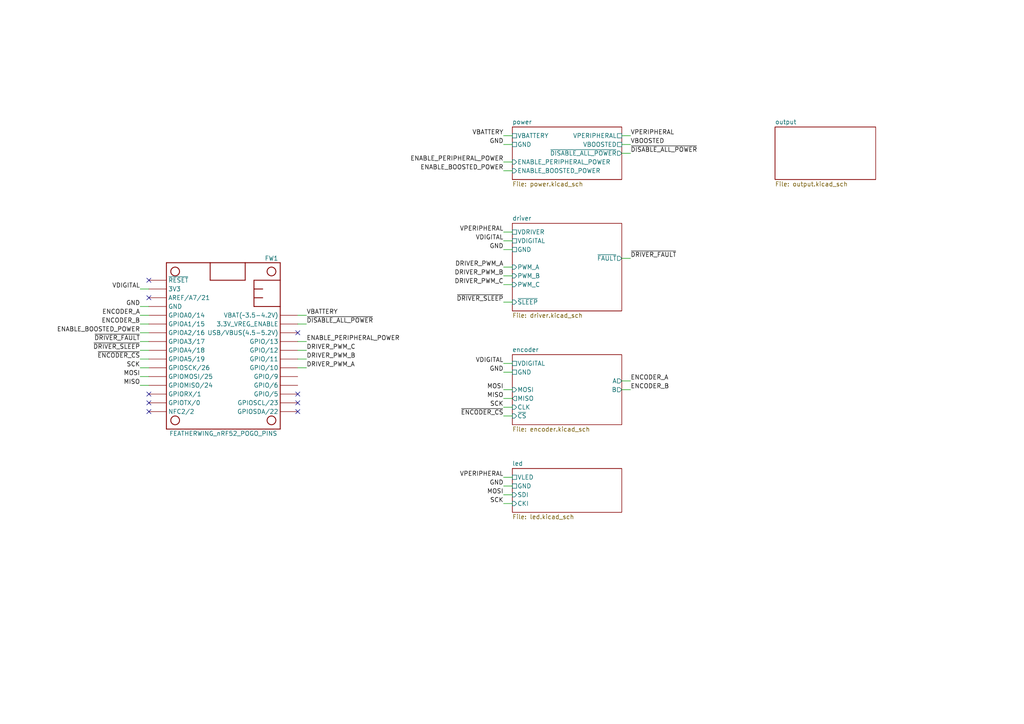
<source format=kicad_sch>
(kicad_sch (version 20211123) (generator eeschema)
  (paper "A4")
  (title_block (title "biym-board") (date "2022-11-11") (rev "0.1") (company "Peter Polidoro"))
  (lib_symbols
    (symbol "Janelia:FEATHERWING_nRF52_POGO_PINS"
      (property "Reference" "FW" (at 13.97 25.4 0))
      (property "Value" "FEATHERWING_nRF52_POGO_PINS" (at 0 -25.4 0))
      (symbol "FEATHERWING_nRF52_POGO_PINS_1_0"
        (circle (center -13.97 -21.59) (radius 1.27) (stroke (width 0.254)))
        (circle (center -13.97 21.59) (radius 1.27) (stroke (width 0.254)))
        (polyline (pts (xy -16.51 -24.13) (xy 16.51 -24.13)) (stroke (width 0.254)))
        (polyline (pts (xy -16.51 24.13) (xy -16.51 -24.13)) (stroke (width 0.254)))
        (polyline (pts (xy -3.81 19.05) (xy -3.81 24.13)) (stroke (width 0.254)))
        (polyline (pts (xy -3.81 24.13) (xy -16.51 24.13)) (stroke (width 0.254)))
        (polyline (pts (xy 6.35 19.05) (xy -3.81 19.05)) (stroke (width 0.254)))
        (polyline (pts (xy 6.35 24.13) (xy -3.81 24.13)) (stroke (width 0.254)))
        (polyline (pts (xy 6.35 24.13) (xy 6.35 19.05)) (stroke (width 0.254)))
        (polyline (pts (xy 8.89 11.43) (xy 16.51 11.43)) (stroke (width 0.254)))
        (polyline (pts (xy 8.89 13.97) (xy 8.89 11.43)) (stroke (width 0.254)))
        (polyline (pts (xy 8.89 16.51) (xy 8.89 13.97)) (stroke (width 0.254)))
        (polyline (pts (xy 8.89 19.05) (xy 8.89 16.51)) (stroke (width 0.254)))
        (polyline (pts (xy 11.43 13.97) (xy 8.89 13.97)) (stroke (width 0.254)))
        (polyline (pts (xy 11.43 16.51) (xy 8.89 16.51)) (stroke (width 0.254)))
        (polyline (pts (xy 16.51 -24.13) (xy 16.51 11.43)) (stroke (width 0.254)))
        (polyline (pts (xy 16.51 11.43) (xy 16.51 19.05)) (stroke (width 0.254)))
        (polyline (pts (xy 16.51 19.05) (xy 8.89 19.05)) (stroke (width 0.254)))
        (polyline (pts (xy 16.51 19.05) (xy 16.51 24.13)) (stroke (width 0.254)))
        (polyline (pts (xy 16.51 24.13) (xy 6.35 24.13)) (stroke (width 0.254)))
        (circle (center 13.97 -21.59) (radius 1.27) (stroke (width 0.254)))
        (circle (center 13.97 21.59) (radius 1.27) (stroke (width 0.254)))
        (pin input line (at -21.59 19.05 0) (length 5.08) (name "~{RESET}") (number "1"))
        (pin passive line (at -21.59 -3.81 0) (length 5.08) (name "GPIOA5/19") (number "10"))
        (pin bidirectional line (at -21.59 -6.35 0) (length 5.08) (name "GPIOSCK/26") (number "11"))
        (pin bidirectional line (at -21.59 -8.89 0) (length 5.08) (name "GPIOMOSI/25") (number "12"))
        (pin bidirectional line (at -21.59 -11.43 0) (length 5.08) (name "GPIOMISO/24") (number "13"))
        (pin bidirectional line (at -21.59 -13.97 0) (length 5.08) (name "GPIORX/1") (number "14"))
        (pin bidirectional line (at -21.59 -16.51 0) (length 5.08) (name "GPIOTX/0") (number "15"))
        (pin bidirectional line (at -21.59 -19.05 0) (length 5.08) (name "NFC2/2") (number "16"))
        (pin bidirectional line (at 21.59 -19.05 180) (length 5.08) (name "GPIOSDA/22") (number "17"))
        (pin bidirectional line (at 21.59 -16.51 180) (length 5.08) (name "GPIOSCL/23") (number "18"))
        (pin bidirectional line (at 21.59 -13.97 180) (length 5.08) (name "GPIO/5") (number "19"))
        (pin power_out line (at -21.59 16.51 0) (length 5.08) (name "3V3") (number "2"))
        (pin bidirectional line (at 21.59 -11.43 180) (length 5.08) (name "GPIO/6") (number "20"))
        (pin bidirectional line (at 21.59 -8.89 180) (length 5.08) (name "GPIO/9") (number "21"))
        (pin bidirectional line (at 21.59 -6.35 180) (length 5.08) (name "GPIO/10") (number "22"))
        (pin bidirectional line (at 21.59 -3.81 180) (length 5.08) (name "GPIO/11") (number "23"))
        (pin bidirectional line (at 21.59 -1.27 180) (length 5.08) (name "GPIO/12") (number "24"))
        (pin bidirectional line (at 21.59 1.27 180) (length 5.08) (name "GPIO/13") (number "25"))
        (pin power_out line (at 21.59 3.81 180) (length 5.08) (name "USB/VBUS(4.5-5.2V)") (number "26"))
        (pin input line (at 21.59 6.35 180) (length 5.08) (name "3.3V_VREG_ENABLE") (number "27"))
        (pin power_out line (at 21.59 8.89 180) (length 5.08) (name "VBAT(~3.5-4.2V)") (number "28"))
        (pin passive line (at -21.59 13.97 0) (length 5.08) (name "AREF/A7/21") (number "3"))
        (pin power_out line (at -21.59 11.43 0) (length 5.08) (name "GND") (number "4"))
        (pin passive line (at -21.59 8.89 0) (length 5.08) (name "GPIOA0/14") (number "5"))
        (pin passive line (at -21.59 6.35 0) (length 5.08) (name "GPIOA1/15") (number "6"))
        (pin passive line (at -21.59 3.81 0) (length 5.08) (name "GPIOA2/16") (number "7"))
        (pin passive line (at -21.59 1.27 0) (length 5.08) (name "GPIOA3/17") (number "8"))
        (pin passive line (at -21.59 -1.27 0) (length 5.08) (name "GPIOA4/18") (number "9"))
      )
    )
  )
  (no_connect (at 43.18 86.36))
  (no_connect (at 43.18 116.84))
  (no_connect (at 86.36 114.3))
  (no_connect (at 86.36 116.84))
  (no_connect (at 43.18 119.38))
  (no_connect (at 43.18 81.28))
  (no_connect (at 43.18 114.3))
  (no_connect (at 86.36 96.52))
  (no_connect (at 86.36 119.38))
  (wire (pts (xy 86.36 91.44) (xy 88.9 91.44)))
  (wire (pts (xy 146.05 140.97) (xy 148.59 140.97)))
  (wire (pts (xy 40.64 99.06) (xy 43.18 99.06)))
  (wire (pts (xy 86.36 99.06) (xy 88.9 99.06)))
  (wire (pts (xy 146.05 143.51) (xy 148.59 143.51)))
  (wire (pts (xy 146.05 41.91) (xy 148.59 41.91)))
  (wire (pts (xy 146.05 120.65) (xy 148.59 120.65)))
  (wire (pts (xy 146.05 118.11) (xy 148.59 118.11)))
  (wire (pts (xy 148.59 49.53) (xy 146.05 49.53)))
  (wire (pts (xy 182.88 74.93) (xy 180.34 74.93)))
  (wire (pts (xy 146.05 72.39) (xy 148.59 72.39)))
  (wire (pts (xy 148.59 67.31) (xy 146.05 67.31)))
  (wire (pts (xy 148.59 77.47) (xy 146.05 77.47)))
  (wire (pts (xy 40.64 106.68) (xy 43.18 106.68)))
  (wire (pts (xy 40.64 104.14) (xy 43.18 104.14)))
  (wire (pts (xy 88.9 104.14) (xy 86.36 104.14)))
  (wire (pts (xy 180.34 44.45) (xy 182.88 44.45)))
  (wire (pts (xy 146.05 115.57) (xy 148.59 115.57)))
  (wire (pts (xy 40.64 88.9) (xy 43.18 88.9)))
  (wire (pts (xy 182.88 110.49) (xy 180.34 110.49)))
  (wire (pts (xy 40.64 111.76) (xy 43.18 111.76)))
  (wire (pts (xy 146.05 87.63) (xy 148.59 87.63)))
  (wire (pts (xy 86.36 93.98) (xy 88.9 93.98)))
  (wire (pts (xy 148.59 46.99) (xy 146.05 46.99)))
  (wire (pts (xy 40.64 93.98) (xy 43.18 93.98)))
  (wire (pts (xy 180.34 41.91) (xy 182.88 41.91)))
  (wire (pts (xy 40.64 101.6) (xy 43.18 101.6)))
  (wire (pts (xy 146.05 113.03) (xy 148.59 113.03)))
  (wire (pts (xy 146.05 80.01) (xy 148.59 80.01)))
  (wire (pts (xy 146.05 105.41) (xy 148.59 105.41)))
  (wire (pts (xy 146.05 69.85) (xy 148.59 69.85)))
  (wire (pts (xy 40.64 91.44) (xy 43.18 91.44)))
  (wire (pts (xy 180.34 39.37) (xy 182.88 39.37)))
  (wire (pts (xy 146.05 146.05) (xy 148.59 146.05)))
  (wire (pts (xy 148.59 39.37) (xy 146.05 39.37)))
  (wire (pts (xy 182.88 113.03) (xy 180.34 113.03)))
  (wire (pts (xy 86.36 106.68) (xy 88.9 106.68)))
  (wire (pts (xy 146.05 82.55) (xy 148.59 82.55)))
  (wire (pts (xy 40.64 109.22) (xy 43.18 109.22)))
  (wire (pts (xy 86.36 101.6) (xy 88.9 101.6)))
  (wire (pts (xy 43.18 96.52) (xy 40.64 96.52)))
  (wire (pts (xy 40.64 83.82) (xy 43.18 83.82)))
  (wire (pts (xy 148.59 138.43) (xy 146.05 138.43)))
  (wire (pts (xy 146.05 107.95) (xy 148.59 107.95)))
  (label "~{DRIVER_FAULT}" (at 40.64 99.06 180))
  (label "ENABLE_PERIPHERAL_POWER" (at 88.9 99.06 0))
  (label "ENCODER_B" (at 182.88 113.03 0))
  (label "MOSI" (at 40.64 109.22 180))
  (label "VPERIPHERAL" (at 182.88 39.37 0))
  (label "MISO" (at 146.05 115.57 180))
  (label "GND" (at 146.05 41.91 180))
  (label "MOSI" (at 146.05 113.03 180))
  (label "ENABLE_PERIPHERAL_POWER" (at 146.05 46.99 180))
  (label "ENCODER_B" (at 40.64 93.98 180))
  (label "DRIVER_PWM_A" (at 146.05 77.47 180))
  (label "DRIVER_PWM_B" (at 88.9 104.14 0))
  (label "SCK" (at 146.05 146.05 180))
  (label "SCK" (at 40.64 106.68 180))
  (label "GND" (at 146.05 107.95 180))
  (label "ENABLE_BOOSTED_POWER" (at 146.05 49.53 180))
  (label "GND" (at 40.64 88.9 180))
  (label "VBOOSTED" (at 182.88 41.91 0))
  (label "VBATTERY" (at 146.05 39.37 180))
  (label "MOSI" (at 146.05 143.51 180))
  (label "DRIVER_PWM_C" (at 88.9 101.6 0))
  (label "ENCODER_A" (at 182.88 110.49 0))
  (label "~{DRIVER_SLEEP}" (at 40.64 101.6 180))
  (label "~{DRIVER_FAULT}" (at 182.88 74.93 0))
  (label "MISO" (at 40.64 111.76 180))
  (label "VPERIPHERAL" (at 146.05 67.31 180))
  (label "DRIVER_PWM_A" (at 88.9 106.68 0))
  (label "ENABLE_BOOSTED_POWER" (at 40.64 96.52 180))
  (label "~{DISABLE_ALL_POWER}" (at 182.88 44.45 0))
  (label "VDIGITAL" (at 146.05 69.85 180))
  (label "~{ENCODER_CS}" (at 146.05 120.65 180))
  (label "DRIVER_PWM_C" (at 146.05 82.55 180))
  (label "VPERIPHERAL" (at 146.05 138.43 180))
  (label "DRIVER_PWM_B" (at 146.05 80.01 180))
  (label "VDIGITAL" (at 146.05 105.41 180))
  (label "~{DISABLE_ALL_POWER}" (at 88.9 93.98 0))
  (label "~{DRIVER_SLEEP}" (at 146.05 87.63 180))
  (label "ENCODER_A" (at 40.64 91.44 180))
  (label "GND" (at 146.05 72.39 180))
  (label "SCK" (at 146.05 118.11 180))
  (label "VDIGITAL" (at 40.64 83.82 180))
  (label "VBATTERY" (at 88.9 91.44 0))
  (label "GND" (at 146.05 140.97 180))
  (label "~{ENCODER_CS}" (at 40.64 104.14 180))
  (symbol (lib_id "Janelia:FEATHERWING_nRF52_POGO_PINS") (at 64.77 100.33 0) (unit 1)
    (property "Reference" "FW1" (at 78.74 74.93 0))
    (property "Value" "FEATHERWING_nRF52_POGO_PINS" (at 64.77 125.73 0))
    (property "Footprint" "Janelia:FEATHERWING_POGO_PINS" (effects hide))
    (property "Vendor" "Digi-Key" (effects hide))
    (property "Vendor Part Number" "ED8110-04-ND" (effects hide))
    (property "Description" "CONN SPRING PISTON 4POS SMD" (effects hide))
    (property "Quantity" "7" (effects hide))
    (property "Manufacturer" "Mill-Max Manufacturing Corp." (effects hide))
    (property "Manufacturer Part Number" "811-22-004-30-000101" (effects hide))
  )
  (sheet (at 148.59 36.83) (size 31.75 15.24) (stroke (width 0.1524))
    (property "Sheet name" "power" (at 148.59 36.1184 0) (effects (justify left bottom)))
    (property "Sheet file" "power.kicad_sch" (at 148.59 52.6546 0) (effects (justify left top)))
    (pin "GND" passive (at 148.59 41.91 180))
    (pin "VPERIPHERAL" passive (at 180.34 39.37 0))
    (pin "VBATTERY" passive (at 148.59 39.37 180))
    (pin "~{DISABLE_ALL_POWER}" output (at 180.34 44.45 0))
    (pin "ENABLE_PERIPHERAL_POWER" input (at 148.59 46.99 180))
    (pin "ENABLE_BOOSTED_POWER" input (at 148.59 49.53 180))
    (pin "VBOOSTED" passive (at 180.34 41.91 0))
  )
  (sheet (at 224.79 36.83) (size 29.21 15.24) (stroke (width 0.1524))
    (property "Sheet name" "output" (at 224.79 36.1184 0) (effects (justify left bottom)))
    (property "Sheet file" "output.kicad_sch" (at 224.79 52.6546 0) (effects (justify left top)))
  )
  (sheet (at 148.59 102.87) (size 31.75 20.32) (stroke (width 0.1524))
    (property "Sheet name" "encoder" (at 148.59 102.1584 0) (effects (justify left bottom)))
    (property "Sheet file" "encoder.kicad_sch" (at 148.59 123.7746 0) (effects (justify left top)))
    (pin "CLK" input (at 148.59 118.11 180))
    (pin "~{CS}" input (at 148.59 120.65 180))
    (pin "VDIGITAL" passive (at 148.59 105.41 180))
    (pin "GND" passive (at 148.59 107.95 180))
    (pin "A" output (at 180.34 110.49 0))
    (pin "B" output (at 180.34 113.03 0))
    (pin "MISO" output (at 148.59 115.57 180))
    (pin "MOSI" input (at 148.59 113.03 180))
  )
  (sheet (at 148.59 64.77) (size 31.75 25.4) (stroke (width 0.1524))
    (property "Sheet name" "driver" (at 148.59 64.0584 0) (effects (justify left bottom)))
    (property "Sheet file" "driver.kicad_sch" (at 148.59 90.7546 0) (effects (justify left top)))
    (pin "VDIGITAL" passive (at 148.59 69.85 180))
    (pin "GND" passive (at 148.59 72.39 180))
    (pin "PWM_B" input (at 148.59 80.01 180))
    (pin "PWM_A" input (at 148.59 77.47 180))
    (pin "PWM_C" input (at 148.59 82.55 180))
    (pin "~{SLEEP}" input (at 148.59 87.63 180))
    (pin "VDRIVER" passive (at 148.59 67.31 180))
    (pin "~{FAULT}" output (at 180.34 74.93 0))
  )
  (sheet (at 148.59 135.89) (size 31.75 12.7) (stroke (width 0.1524))
    (property "Sheet name" "led" (at 148.59 135.1784 0) (effects (justify left bottom)))
    (property "Sheet file" "led.kicad_sch" (at 148.59 149.1746 0) (effects (justify left top)))
    (pin "CKI" input (at 148.59 146.05 180))
    (pin "VLED" passive (at 148.59 138.43 180))
    (pin "SDI" input (at 148.59 143.51 180))
    (pin "GND" passive (at 148.59 140.97 180))
  )
)
</source>
